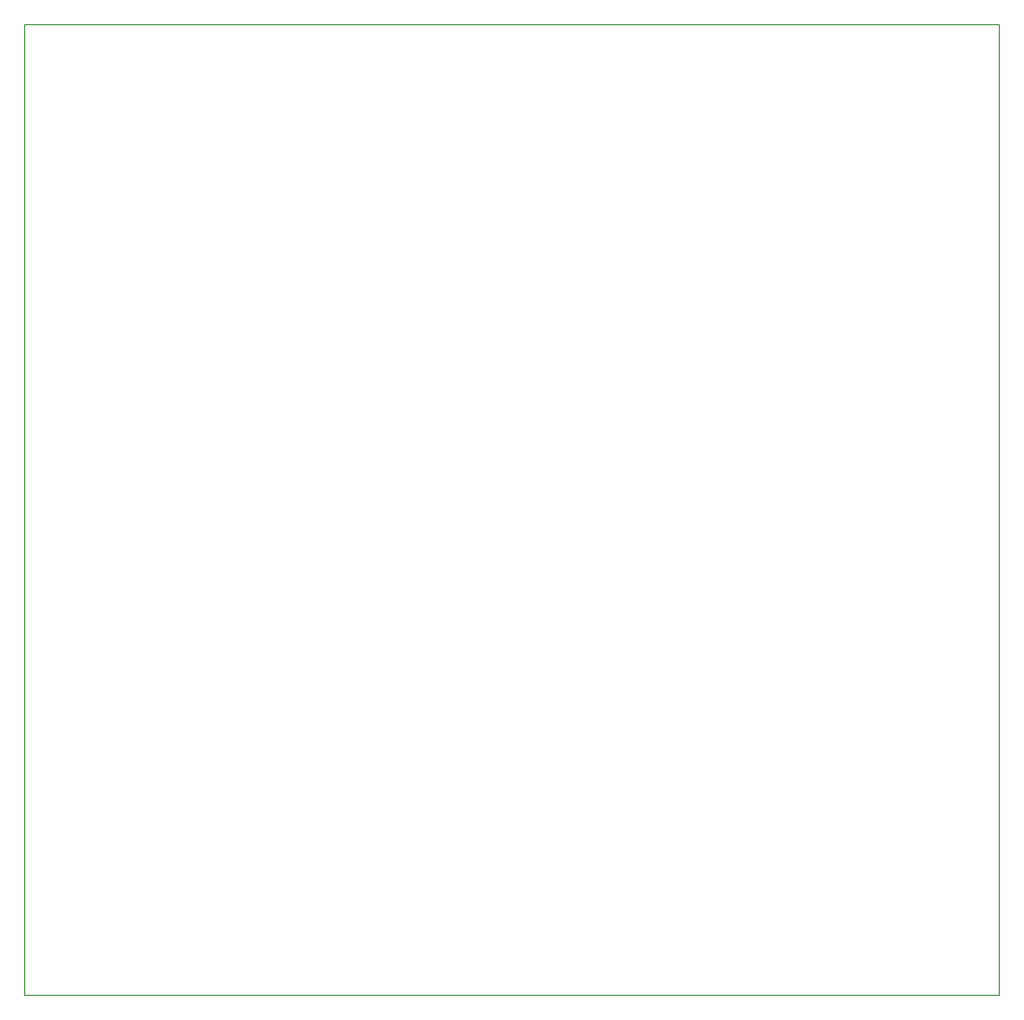
<source format=gbr>
G04 #@! TF.FileFunction,Profile,NP*
%FSLAX46Y46*%
G04 Gerber Fmt 4.6, Leading zero omitted, Abs format (unit mm)*
G04 Created by KiCad (PCBNEW 4.0.6) date 11/30/17 16:50:21*
%MOMM*%
%LPD*%
G01*
G04 APERTURE LIST*
%ADD10C,0.300000*%
%ADD11C,0.150000*%
G04 APERTURE END LIST*
D10*
D11*
X57478000Y-20942000D02*
X57478000Y-21192000D01*
X204728000Y-20942000D02*
X57478000Y-20942000D01*
X204728000Y-167692000D02*
X204728000Y-20942000D01*
X57478000Y-167692000D02*
X204728000Y-167692000D01*
X203978000Y-167692000D02*
X57478000Y-167692000D01*
X57478000Y-167692000D02*
X203978000Y-167692000D01*
X57478000Y-21192000D02*
X57478000Y-167692000D01*
M02*

</source>
